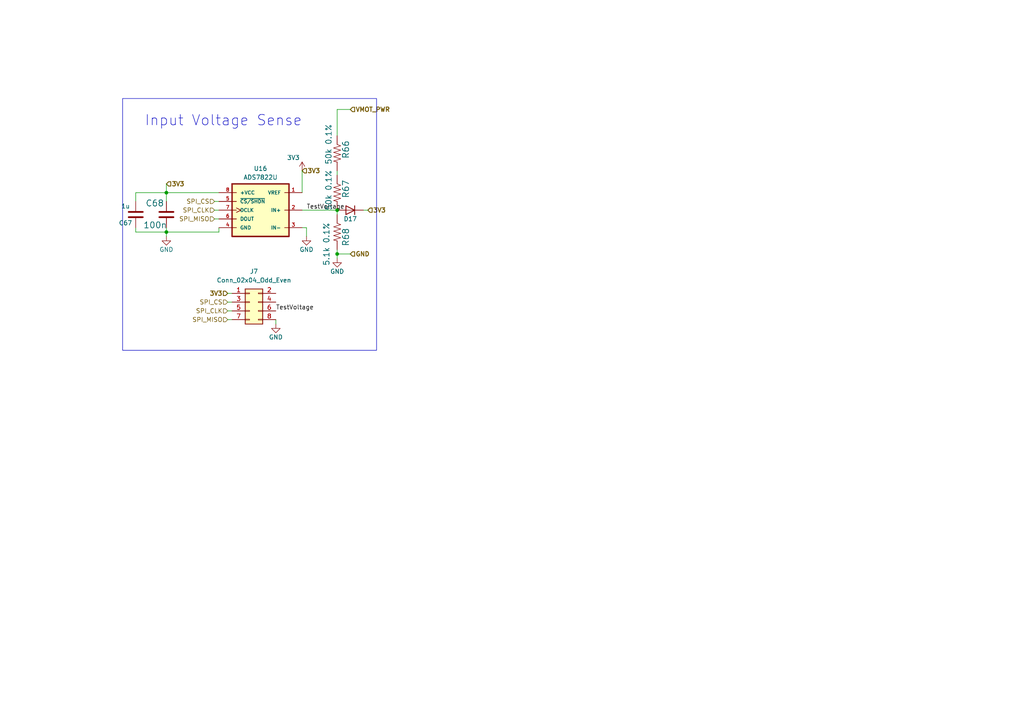
<source format=kicad_sch>
(kicad_sch (version 20231120) (generator "eeschema") (generator_version "8.0")
  (paper "A4")
  (lib_symbols
    (symbol "ADS7822U:ADS7822U" (pin_names (offset 1.016))
      (property "Reference" "U22" (at 0 12.065 0))
      (property "Value" "ADS7822U" (at 0 9.525 0))
      (symbol "ADS7822U_0_0"
        (rectangle (start -7.62 7.62) (end 8.89 -7.62) (stroke (width 0.41)) (fill (type background)))
        (pin input line (at 12.7 5.08 180) (length 5.08) (name "VREF") (number "1"))
        (pin input line (at 12.7 0 180) (length 5.08) (name "IN+") (number "2"))
        (pin input line (at 12.7 -5.08 180) (length 5.08) (name "IN-") (number "3"))
        (pin power_in line (at -11.43 -5.08 0) (length 5.08) (name "GND") (number "4"))
        (pin input line (at -11.43 2.54 0) (length 5.08) (name "~{CS/SHDN}") (number "5"))
        (pin output line (at -11.43 -2.54 0) (length 5.08) (name "DOUT") (number "6"))
        (pin input clock (at -11.43 0 0) (length 5.08) (name "DCLK") (number "7"))
        (pin power_in line (at -11.43 5.08 0) (length 5.08) (name "+VCC") (number "8"))
      )
    )
    (symbol "Connector_Generic:Conn_02x04_Odd_Even" (pin_names (offset 1.016) hide)
      (property "Reference" "J" (at 1.27 5.08 0))
      (property "Value" "Conn_02x04_Odd_Even" (at 1.27 -7.62 0))
      (symbol "Conn_02x04_Odd_Even_1_1"
        (rectangle (start -1.27 -4.953) (end 0 -5.207) (stroke (width 0.1524)))
        (rectangle (start -1.27 -2.413) (end 0 -2.667) (stroke (width 0.1524)))
        (rectangle (start -1.27 0.127) (end 0 -0.127) (stroke (width 0.1524)))
        (rectangle (start -1.27 2.667) (end 0 2.413) (stroke (width 0.1524)))
        (rectangle (start -1.27 3.81) (end 3.81 -6.35) (stroke (width 0.254)) (fill (type background)))
        (rectangle (start 3.81 -4.953) (end 2.54 -5.207) (stroke (width 0.1524)))
        (rectangle (start 3.81 -2.413) (end 2.54 -2.667) (stroke (width 0.1524)))
        (rectangle (start 3.81 0.127) (end 2.54 -0.127) (stroke (width 0.1524)))
        (rectangle (start 3.81 2.667) (end 2.54 2.413) (stroke (width 0.1524)))
        (pin passive line (at -5.08 2.54 0) (length 3.81) (name "Pin_1") (number "1"))
        (pin passive line (at 7.62 2.54 180) (length 3.81) (name "Pin_2") (number "2"))
        (pin passive line (at -5.08 0 0) (length 3.81) (name "Pin_3") (number "3"))
        (pin passive line (at 7.62 0 180) (length 3.81) (name "Pin_4") (number "4"))
        (pin passive line (at -5.08 -2.54 0) (length 3.81) (name "Pin_5") (number "5"))
        (pin passive line (at 7.62 -2.54 180) (length 3.81) (name "Pin_6") (number "6"))
        (pin passive line (at -5.08 -5.08 0) (length 3.81) (name "Pin_7") (number "7"))
        (pin passive line (at 7.62 -5.08 180) (length 3.81) (name "Pin_8") (number "8"))
      )
    )
    (symbol "Device:C" (pin_numbers hide) (pin_names (offset 0.254))
      (property "Reference" "C" (at 0.635 2.54 0))
      (property "Value" "C" (at 0.635 -2.54 0))
      (symbol "C_0_1"
        (polyline (pts (xy -2.032 -0.762) (xy 2.032 -0.762)) (stroke (width 0.508)))
        (polyline (pts (xy -2.032 0.762) (xy 2.032 0.762)) (stroke (width 0.508)))
      )
      (symbol "C_1_1"
        (pin passive line (at 0 3.81 270) (length 2.794) (name "~") (number "1"))
        (pin passive line (at 0 -3.81 90) (length 2.794) (name "~") (number "2"))
      )
    )
    (symbol "Device:D" (pin_numbers hide) (pin_names (offset 1.016) hide)
      (property "Reference" "D" (at 0 2.54 0))
      (property "Value" "D" (at 0 -2.54 0))
      (symbol "D_0_1"
        (polyline (pts (xy -1.27 1.27) (xy -1.27 -1.27)) (stroke (width 0.254)))
        (polyline (pts (xy 1.27 0) (xy -1.27 0)))
        (polyline (pts (xy 1.27 1.27) (xy 1.27 -1.27) (xy -1.27 0) (xy 1.27 1.27)) (stroke (width 0.254)))
      )
      (symbol "D_1_1"
        (pin passive line (at -3.81 0 0) (length 2.54) (name "K") (number "1"))
        (pin passive line (at 3.81 0 180) (length 2.54) (name "A") (number "2"))
      )
    )
    (symbol "MotorController:TAYLOR_RESISTOR" (pin_numbers hide) (pin_names (offset 1.016) hide)
      (property "Reference" "R" (at -3.81 1.4986 0))
      (property "Value" "TAYLOR_RESISTOR" (at -3.81 -3.302 0))
      (symbol "TAYLOR_RESISTOR_1_0"
        (polyline (pts (xy -2.54 0) (xy -2.159 1.016)))
        (polyline (pts (xy -2.159 1.016) (xy -1.524 -1.016)))
        (polyline (pts (xy -1.524 -1.016) (xy -0.889 1.016)))
        (polyline (pts (xy -0.889 1.016) (xy -0.254 -1.016)))
        (polyline (pts (xy -0.254 -1.016) (xy 0.381 1.016)))
        (polyline (pts (xy 0.381 1.016) (xy 1.016 -1.016)))
        (polyline (pts (xy 1.016 -1.016) (xy 1.651 1.016)))
        (polyline (pts (xy 1.651 1.016) (xy 2.286 -1.016)))
        (polyline (pts (xy 2.286 -1.016) (xy 2.54 0)))
      )
      (symbol "TAYLOR_RESISTOR_1_1"
        (pin passive line (at -5.08 0 0) (length 2.54) (name "1") (number "1"))
        (pin passive line (at 5.08 0 180) (length 2.54) (name "2") (number "2"))
      )
    )
    (symbol "power:+3.3VA" (power) (pin_names (offset 0))
      (property "Value" "+3.3VA" (at 0 3.556 0))
      (symbol "+3.3VA_0_1"
        (polyline (pts (xy -0.762 1.27) (xy 0 2.54)))
        (polyline (pts (xy 0 0) (xy 0 2.54)))
        (polyline (pts (xy 0 2.54) (xy 0.762 1.27)))
      )
      (symbol "+3.3VA_1_1"
        (pin power_in line (at 0 0 90) (length 0) hide (name "+3.3VA") (number "1"))
      )
    )
    (symbol "power:GND" (power) (pin_names (offset 0))
      (property "Value" "GND" (at 0 -3.81 0))
      (symbol "GND_0_1"
        (polyline (pts (xy 0 0) (xy 0 -1.27) (xy 1.27 -1.27) (xy 0 -2.54) (xy -1.27 -1.27) (xy 0 -1.27)))
      )
      (symbol "GND_1_1"
        (pin power_in line (at 0 0 270) (length 0) hide (name "GND") (number "1"))
      )
    )
  )
  (junction (at 97.79 60.96))
  (junction (at 97.79 73.66))
  (junction (at 48.26 55.88))
  (junction (at 48.26 67.31))
  (wire (pts (xy 80.01 93.98) (xy 80.01 92.71)))
  (wire (pts (xy 66.04 85.09) (xy 67.31 85.09)))
  (wire (pts (xy 48.26 53.34) (xy 48.26 55.88)))
  (wire (pts (xy 87.63 60.96) (xy 97.79 60.96)))
  (wire (pts (xy 63.5 66.04) (xy 63.5 67.31)))
  (wire (pts (xy 62.23 63.5) (xy 63.5 63.5)))
  (wire (pts (xy 48.26 66.04) (xy 48.26 67.31)))
  (wire (pts (xy 39.37 55.88) (xy 39.37 58.42)))
  (wire (pts (xy 97.79 31.75) (xy 101.6 31.75)))
  (wire (pts (xy 87.63 49.53) (xy 87.63 55.88)))
  (wire (pts (xy 97.79 31.75) (xy 97.79 39.37)))
  (wire (pts (xy 62.23 58.42) (xy 63.5 58.42)))
  (wire (pts (xy 48.26 67.31) (xy 63.5 67.31)))
  (wire (pts (xy 97.79 73.66) (xy 101.6 73.66)))
  (wire (pts (xy 66.04 92.71) (xy 67.31 92.71)))
  (wire (pts (xy 97.79 74.93) (xy 97.79 73.66)))
  (wire (pts (xy 48.26 55.88) (xy 63.5 55.88)))
  (wire (pts (xy 97.79 49.53) (xy 97.79 50.8)))
  (wire (pts (xy 48.26 55.88) (xy 39.37 55.88)))
  (wire (pts (xy 105.41 60.96) (xy 106.68 60.96)))
  (wire (pts (xy 48.26 67.31) (xy 48.26 68.58)))
  (wire (pts (xy 97.79 73.66) (xy 97.79 72.39)))
  (wire (pts (xy 66.04 90.17) (xy 67.31 90.17)))
  (wire (pts (xy 97.79 60.96) (xy 97.79 62.23)))
  (wire (pts (xy 87.63 66.04) (xy 88.9 66.04)))
  (wire (pts (xy 48.26 55.88) (xy 48.26 58.42)))
  (wire (pts (xy 62.23 60.96) (xy 63.5 60.96)))
  (wire (pts (xy 39.37 67.31) (xy 48.26 67.31)))
  (wire (pts (xy 66.04 87.63) (xy 67.31 87.63)))
  (wire (pts (xy 39.37 66.04) (xy 39.37 67.31)))
  (wire (pts (xy 88.9 66.04) (xy 88.9 68.58)))
  (rectangle (start 35.56 28.575) (end 109.22 101.6))
  (text "Input Voltage Sense" (at 41.91 36.83 0) (effects (font (size 3 3)) (justify left bottom)))
  (label "TestVoltage" (at 88.9 60.96 0))
  (label "TestVoltage" (at 80.01 90.17 0))
  (hierarchical_label "3V3" (shape input) (at 87.63 49.53 0) (effects (font (bold yes))))
  (hierarchical_label "3V3" (shape input) (at 66.04 85.09 180) (effects (font (bold yes))))
  (hierarchical_label "SPI_CS" (shape input) (at 62.23 58.42 180))
  (hierarchical_label "3V3" (shape input) (at 48.26 53.34 0) (effects (font (bold yes))))
  (hierarchical_label "VMOT_PWR" (shape input) (at 101.6 31.75 0) (effects (font (bold yes))))
  (hierarchical_label "3V3" (shape input) (at 106.68 60.96 0) (effects (font (bold yes))))
  (hierarchical_label "SPI_MISO" (shape input) (at 66.04 92.71 180))
  (hierarchical_label "SPI_CLK" (shape input) (at 66.04 90.17 180))
  (hierarchical_label "SPI_CLK" (shape input) (at 62.23 60.96 180))
  (hierarchical_label "SPI_MISO" (shape input) (at 62.23 63.5 180))
  (hierarchical_label "GND" (shape input) (at 101.6 73.66 0) (effects (font (bold yes))))
  (hierarchical_label "SPI_CS" (shape input) (at 66.04 87.63 180))
  (symbol (lib_id "MotorController:TAYLOR_RESISTOR") (at 97.79 44.45 270) (unit 1)
    (property "Reference" "R66" (at 99.2886 40.64 0) (effects (font (size 1.778 1.778)) (justify left bottom)))
    (property "Value" "50k 0.1%" (at 96.266 35.941 0) (effects (font (size 1.651 1.651)) (justify left top)))
    (property "Footprint" "Resistor_SMD:R_0603_1608Metric" (effects (hide yes)))
    (property "LCSC" "C304067" (effects (hide yes)))
  )
  (symbol (lib_id "ADS7822U:ADS7822U") (at 74.93 60.96 0) (unit 1)
    (property "Reference" "U16" (at 75.565 48.895 0))
    (property "Value" "ADS7822U" (at 75.565 51.435 0))
    (property "Footprint" "Package_TO_SOT_SMD:SuperSOT-8" (effects (hide yes)))
    (property "LCSC" "C16324" (effects (hide yes)))
  )
  (symbol (lib_id "power:GND") (at 97.79 74.93 0) (unit 1)
    (property "Reference" "#PWR0124" (effects (hide yes)))
    (property "Value" "GND" (at 97.79 78.74 0))
  )
  (symbol (lib_id "power:GND") (at 80.01 93.98 0) (unit 1)
    (property "Reference" "#PWR0117" (effects (hide yes)))
    (property "Value" "GND" (at 80.01 97.79 0))
  )
  (symbol (lib_id "MotorController:TAYLOR_RESISTOR") (at 97.79 55.88 270) (unit 1)
    (property "Reference" "R67" (at 99.2886 52.07 0) (effects (font (size 1.778 1.778)) (justify left bottom)))
    (property "Value" "50k 0.1%" (at 96.266 49.276 0) (effects (font (size 1.651 1.651)) (justify left top)))
    (property "Footprint" "Resistor_SMD:R_0603_1608Metric" (effects (hide yes)))
    (property "LCSC" "C304067" (effects (hide yes)))
  )
  (symbol (lib_id "Device:D") (at 101.6 60.96 180) (unit 1)
    (property "Reference" "D17" (at 101.6 63.5 0))
    (property "Value" "1N4148WS" (effects (hide yes)))
    (property "Footprint" "Diode_SMD:D_SOD-323" (effects (hide yes)))
    (property "Datasheet" "https://datasheet.lcsc.com/lcsc/1810101110_Jiangsu-Changjing-Electronics-Technology-Co---Ltd--1N4148WS_C2128.pdf" (effects (hide yes)))
    (property "LCSC" "C2128" (effects (hide yes)))
  )
  (symbol (lib_id "power:GND") (at 48.26 68.58 0) (unit 1)
    (property "Reference" "#PWR0120" (effects (hide yes)))
    (property "Value" "GND" (at 48.26 72.39 0))
  )
  (symbol (lib_id "Device:C") (at 39.37 62.23 180) (unit 1)
    (property "Reference" "C67" (at 38.354 64.6684 0) (effects (justify left)))
    (property "Value" "1u" (at 37.719 59.817 0) (effects (justify left)))
    (property "Footprint" "Capacitor_SMD:C_0603_1608Metric" (effects (hide yes)))
    (property "LCSC" "C15849" (effects (hide yes)))
  )
  (symbol (lib_id "power:+3.3VA") (at 87.63 49.53 0) (unit 1)
    (property "Reference" "#PWR0121" (effects (hide yes)))
    (property "Value" "3V3" (at 85.09 45.72 0))
  )
  (symbol (lib_id "Device:C") (at 48.26 62.23 0) (unit 1)
    (property "Reference" "C68" (at 42.164 59.944 0) (effects (font (size 1.778 1.778)) (justify left bottom)))
    (property "Value" "100n" (at 41.5036 66.294 0) (effects (font (size 1.778 1.778)) (justify left bottom)))
    (property "Footprint" "Capacitor_SMD:C_0603_1608Metric" (effects (hide yes)))
  )
  (symbol (lib_id "MotorController:TAYLOR_RESISTOR") (at 97.79 67.31 270) (unit 1)
    (property "Reference" "R68" (at 99.2886 66.04 0) (effects (font (size 1.778 1.778)) (justify left bottom)))
    (property "Value" "5.1k 0.1%" (at 95.631 64.516 0) (effects (font (size 1.651 1.651)) (justify left top)))
    (property "Footprint" "Resistor_SMD:R_0603_1608Metric" (effects (hide yes)))
    (property "LCSC" "C122969" (effects (hide yes)))
  )
  (symbol (lib_id "power:GND") (at 88.9 68.58 0) (unit 1)
    (property "Reference" "#PWR0122" (effects (hide yes)))
    (property "Value" "GND" (at 88.9 72.39 0))
  )
  (symbol (lib_id "Connector_Generic:Conn_02x04_Odd_Even") (at 72.39 87.63 0) (unit 1)
    (property "Reference" "J7" (at 73.66 78.74 0))
    (property "Value" "Conn_02x04_Odd_Even" (at 73.66 81.28 0))
    (property "Footprint" "Connector_PinHeader_1.27mm:PinHeader_2x04_P1.27mm_Vertical" (effects (hide yes)))
    (property "Description" "Generic connector, double row, 02x04, odd/even pin numbering scheme (row 1 odd numbers, row 2 even numbers), script generated (kicad-library-utils/schlib/autogen/connector/)" (effects (hide yes)))
  )
)
</source>
